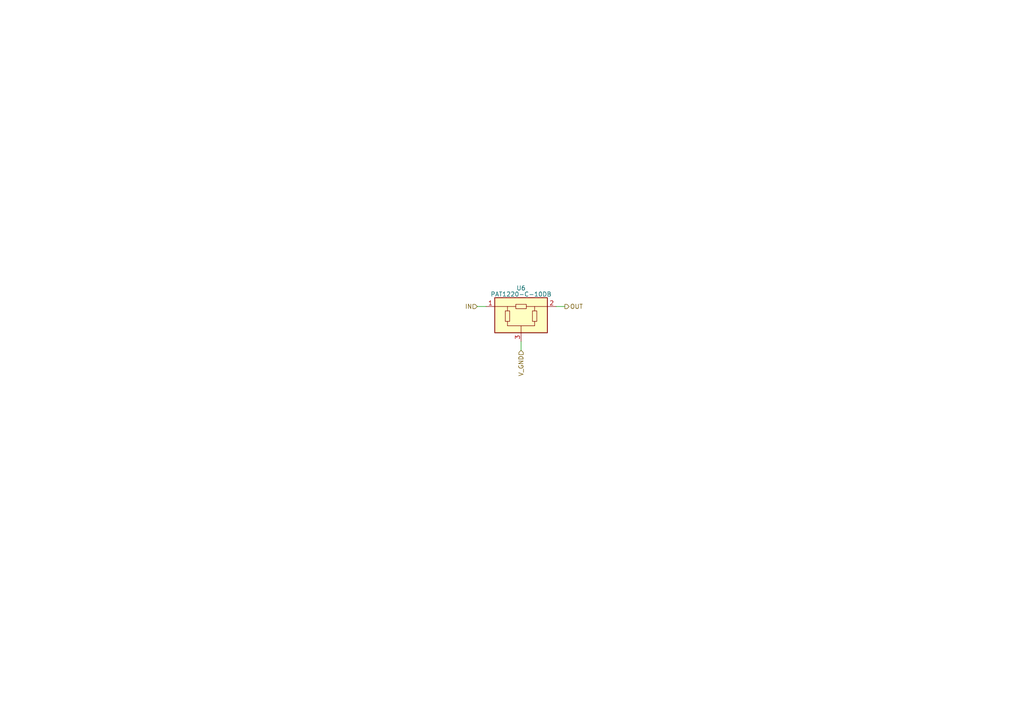
<source format=kicad_sch>
(kicad_sch (version 20231120) (generator "eeschema") (generator_version "8.0")
  (paper "A4")
  (lib_symbols
    (symbol "RF:PAT1220-C-10DB"
      (property "Reference" "U" (at -6.35 6.35 0))
      (property "Value" "PAT1220-C-10DB" (at 5.08 6.35 0))
      (symbol "PAT1220-C-10DB_0_1"
        (rectangle (start -7.62 5.08) (end 7.62 -5.08) (stroke (width 0.254)) (fill (type background)))
        (polyline (pts (xy -3.937 -3.048) (xy 3.937 -3.048)))
        (polyline (pts (xy -3.937 1.27) (xy -3.937 2.54)))
        (polyline (pts (xy -1.524 2.54) (xy -7.62 2.54)))
        (polyline (pts (xy 0 -5.08) (xy 0 -3.048)))
        (polyline (pts (xy 3.937 1.27) (xy 3.937 2.54)))
        (pin passive line (at 0 -7.62 90) (length 2.54) (name "~") (number "3"))
      )
      (symbol "PAT1220-C-10DB_1_1"
        (rectangle (start -4.572 -1.778) (end -3.302 1.27))
        (rectangle (start -1.524 3.175) (end 1.524 1.905))
        (polyline (pts (xy -3.937 -3.048) (xy -3.937 -1.778)))
        (polyline (pts (xy 3.937 -3.048) (xy 3.937 -1.778)))
        (polyline (pts (xy 7.62 2.54) (xy 1.524 2.54)))
        (rectangle (start 3.302 -1.778) (end 4.572 1.27))
        (pin passive line (at -10.16 2.54 0) (length 2.54) (name "~") (number "1"))
        (pin passive line (at 10.16 2.54 180) (length 2.54) (name "~") (number "2"))
      )
    )
  )
  (wire (pts (xy 163.83 88.9) (xy 161.29 88.9)))
  (wire (pts (xy 138.43 88.9) (xy 140.97 88.9)))
  (wire (pts (xy 151.13 101.6) (xy 151.13 99.06)))
  (hierarchical_label "IN" (shape input) (at 138.43 88.9 180))
  (hierarchical_label "V_GND" (shape input) (at 151.13 101.6 270))
  (hierarchical_label "OUT" (shape output) (at 163.83 88.9 0))
  (symbol (lib_id "RF:PAT1220-C-10DB") (at 151.13 91.44 0) (unit 1)
    (property "Reference" "U6" (at 151.13 83.566 0))
    (property "Value" "PAT1220-C-10DB" (at 151.13 85.344 0))
    (property "Footprint" "RF_Converter:RF_Attenuator_Susumu_PAT1220" (effects (hide yes)))
    (property "Datasheet" "https://www.susumu.co.jp/common/pdf/n_catalog_partition16_en.pdf" (effects (hide yes)))
    (property "Description" "10GHz RF Attenuator, 50ohm Matched Impedance, 10dB Attenuation, PAT1220" (effects (hide yes)))
  )
)
</source>
